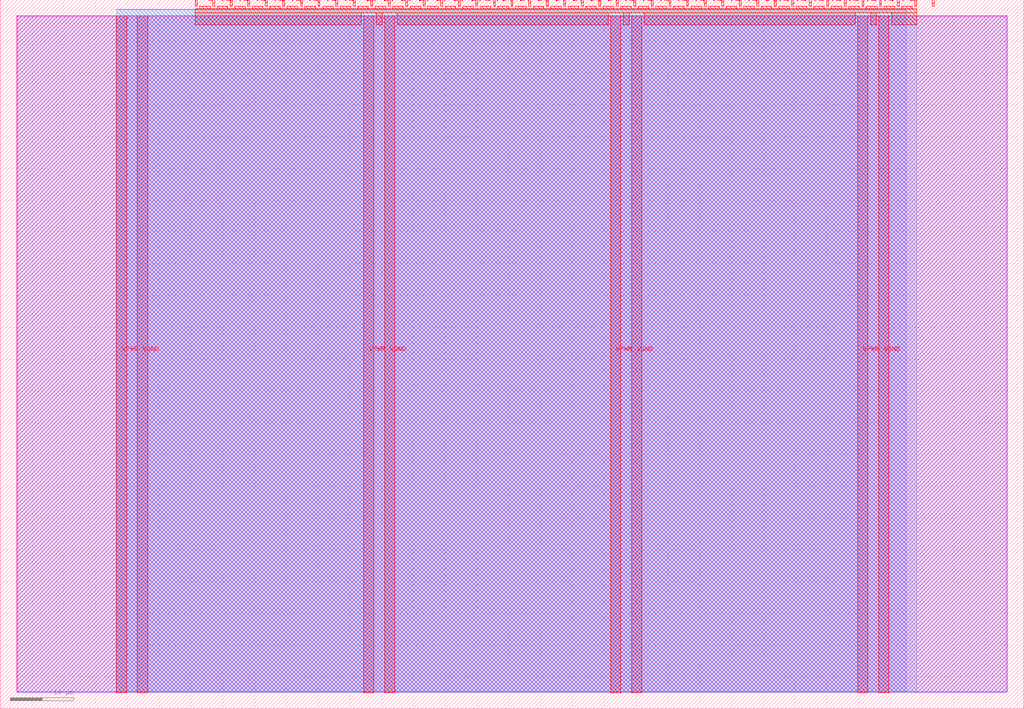
<source format=lef>
VERSION 5.7 ;
  NOWIREEXTENSIONATPIN ON ;
  DIVIDERCHAR "/" ;
  BUSBITCHARS "[]" ;
MACRO tt_um_mod6_counter
  CLASS BLOCK ;
  FOREIGN tt_um_mod6_counter ;
  ORIGIN 0.000 0.000 ;
  SIZE 161.000 BY 111.520 ;
  PIN VGND
    DIRECTION INOUT ;
    USE GROUND ;
    PORT
      LAYER met4 ;
        RECT 21.580 2.480 23.180 109.040 ;
    END
    PORT
      LAYER met4 ;
        RECT 60.450 2.480 62.050 109.040 ;
    END
    PORT
      LAYER met4 ;
        RECT 99.320 2.480 100.920 109.040 ;
    END
    PORT
      LAYER met4 ;
        RECT 138.190 2.480 139.790 109.040 ;
    END
  END VGND
  PIN VPWR
    DIRECTION INOUT ;
    USE POWER ;
    PORT
      LAYER met4 ;
        RECT 18.280 2.480 19.880 109.040 ;
    END
    PORT
      LAYER met4 ;
        RECT 57.150 2.480 58.750 109.040 ;
    END
    PORT
      LAYER met4 ;
        RECT 96.020 2.480 97.620 109.040 ;
    END
    PORT
      LAYER met4 ;
        RECT 134.890 2.480 136.490 109.040 ;
    END
  END VPWR
  PIN clk
    DIRECTION INPUT ;
    USE SIGNAL ;
    ANTENNAGATEAREA 0.852000 ;
    PORT
      LAYER met4 ;
        RECT 143.830 110.520 144.130 111.520 ;
    END
  END clk
  PIN ena
    DIRECTION INPUT ;
    USE SIGNAL ;
    PORT
      LAYER met4 ;
        RECT 146.590 110.520 146.890 111.520 ;
    END
  END ena
  PIN rst_n
    DIRECTION INPUT ;
    USE SIGNAL ;
    ANTENNAGATEAREA 0.196500 ;
    PORT
      LAYER met4 ;
        RECT 141.070 110.520 141.370 111.520 ;
    END
  END rst_n
  PIN ui_in[0]
    DIRECTION INPUT ;
    USE SIGNAL ;
    PORT
      LAYER met4 ;
        RECT 138.310 110.520 138.610 111.520 ;
    END
  END ui_in[0]
  PIN ui_in[1]
    DIRECTION INPUT ;
    USE SIGNAL ;
    PORT
      LAYER met4 ;
        RECT 135.550 110.520 135.850 111.520 ;
    END
  END ui_in[1]
  PIN ui_in[2]
    DIRECTION INPUT ;
    USE SIGNAL ;
    PORT
      LAYER met4 ;
        RECT 132.790 110.520 133.090 111.520 ;
    END
  END ui_in[2]
  PIN ui_in[3]
    DIRECTION INPUT ;
    USE SIGNAL ;
    PORT
      LAYER met4 ;
        RECT 130.030 110.520 130.330 111.520 ;
    END
  END ui_in[3]
  PIN ui_in[4]
    DIRECTION INPUT ;
    USE SIGNAL ;
    PORT
      LAYER met4 ;
        RECT 127.270 110.520 127.570 111.520 ;
    END
  END ui_in[4]
  PIN ui_in[5]
    DIRECTION INPUT ;
    USE SIGNAL ;
    PORT
      LAYER met4 ;
        RECT 124.510 110.520 124.810 111.520 ;
    END
  END ui_in[5]
  PIN ui_in[6]
    DIRECTION INPUT ;
    USE SIGNAL ;
    PORT
      LAYER met4 ;
        RECT 121.750 110.520 122.050 111.520 ;
    END
  END ui_in[6]
  PIN ui_in[7]
    DIRECTION INPUT ;
    USE SIGNAL ;
    PORT
      LAYER met4 ;
        RECT 118.990 110.520 119.290 111.520 ;
    END
  END ui_in[7]
  PIN uio_in[0]
    DIRECTION INPUT ;
    USE SIGNAL ;
    PORT
      LAYER met4 ;
        RECT 116.230 110.520 116.530 111.520 ;
    END
  END uio_in[0]
  PIN uio_in[1]
    DIRECTION INPUT ;
    USE SIGNAL ;
    PORT
      LAYER met4 ;
        RECT 113.470 110.520 113.770 111.520 ;
    END
  END uio_in[1]
  PIN uio_in[2]
    DIRECTION INPUT ;
    USE SIGNAL ;
    PORT
      LAYER met4 ;
        RECT 110.710 110.520 111.010 111.520 ;
    END
  END uio_in[2]
  PIN uio_in[3]
    DIRECTION INPUT ;
    USE SIGNAL ;
    PORT
      LAYER met4 ;
        RECT 107.950 110.520 108.250 111.520 ;
    END
  END uio_in[3]
  PIN uio_in[4]
    DIRECTION INPUT ;
    USE SIGNAL ;
    PORT
      LAYER met4 ;
        RECT 105.190 110.520 105.490 111.520 ;
    END
  END uio_in[4]
  PIN uio_in[5]
    DIRECTION INPUT ;
    USE SIGNAL ;
    PORT
      LAYER met4 ;
        RECT 102.430 110.520 102.730 111.520 ;
    END
  END uio_in[5]
  PIN uio_in[6]
    DIRECTION INPUT ;
    USE SIGNAL ;
    PORT
      LAYER met4 ;
        RECT 99.670 110.520 99.970 111.520 ;
    END
  END uio_in[6]
  PIN uio_in[7]
    DIRECTION INPUT ;
    USE SIGNAL ;
    PORT
      LAYER met4 ;
        RECT 96.910 110.520 97.210 111.520 ;
    END
  END uio_in[7]
  PIN uio_oe[0]
    DIRECTION OUTPUT ;
    USE SIGNAL ;
    PORT
      LAYER met4 ;
        RECT 49.990 110.520 50.290 111.520 ;
    END
  END uio_oe[0]
  PIN uio_oe[1]
    DIRECTION OUTPUT ;
    USE SIGNAL ;
    PORT
      LAYER met4 ;
        RECT 47.230 110.520 47.530 111.520 ;
    END
  END uio_oe[1]
  PIN uio_oe[2]
    DIRECTION OUTPUT ;
    USE SIGNAL ;
    PORT
      LAYER met4 ;
        RECT 44.470 110.520 44.770 111.520 ;
    END
  END uio_oe[2]
  PIN uio_oe[3]
    DIRECTION OUTPUT ;
    USE SIGNAL ;
    PORT
      LAYER met4 ;
        RECT 41.710 110.520 42.010 111.520 ;
    END
  END uio_oe[3]
  PIN uio_oe[4]
    DIRECTION OUTPUT ;
    USE SIGNAL ;
    PORT
      LAYER met4 ;
        RECT 38.950 110.520 39.250 111.520 ;
    END
  END uio_oe[4]
  PIN uio_oe[5]
    DIRECTION OUTPUT ;
    USE SIGNAL ;
    PORT
      LAYER met4 ;
        RECT 36.190 110.520 36.490 111.520 ;
    END
  END uio_oe[5]
  PIN uio_oe[6]
    DIRECTION OUTPUT ;
    USE SIGNAL ;
    PORT
      LAYER met4 ;
        RECT 33.430 110.520 33.730 111.520 ;
    END
  END uio_oe[6]
  PIN uio_oe[7]
    DIRECTION OUTPUT ;
    USE SIGNAL ;
    PORT
      LAYER met4 ;
        RECT 30.670 110.520 30.970 111.520 ;
    END
  END uio_oe[7]
  PIN uio_out[0]
    DIRECTION OUTPUT ;
    USE SIGNAL ;
    PORT
      LAYER met4 ;
        RECT 72.070 110.520 72.370 111.520 ;
    END
  END uio_out[0]
  PIN uio_out[1]
    DIRECTION OUTPUT ;
    USE SIGNAL ;
    PORT
      LAYER met4 ;
        RECT 69.310 110.520 69.610 111.520 ;
    END
  END uio_out[1]
  PIN uio_out[2]
    DIRECTION OUTPUT ;
    USE SIGNAL ;
    PORT
      LAYER met4 ;
        RECT 66.550 110.520 66.850 111.520 ;
    END
  END uio_out[2]
  PIN uio_out[3]
    DIRECTION OUTPUT ;
    USE SIGNAL ;
    PORT
      LAYER met4 ;
        RECT 63.790 110.520 64.090 111.520 ;
    END
  END uio_out[3]
  PIN uio_out[4]
    DIRECTION OUTPUT ;
    USE SIGNAL ;
    PORT
      LAYER met4 ;
        RECT 61.030 110.520 61.330 111.520 ;
    END
  END uio_out[4]
  PIN uio_out[5]
    DIRECTION OUTPUT ;
    USE SIGNAL ;
    PORT
      LAYER met4 ;
        RECT 58.270 110.520 58.570 111.520 ;
    END
  END uio_out[5]
  PIN uio_out[6]
    DIRECTION OUTPUT ;
    USE SIGNAL ;
    PORT
      LAYER met4 ;
        RECT 55.510 110.520 55.810 111.520 ;
    END
  END uio_out[6]
  PIN uio_out[7]
    DIRECTION OUTPUT ;
    USE SIGNAL ;
    PORT
      LAYER met4 ;
        RECT 52.750 110.520 53.050 111.520 ;
    END
  END uio_out[7]
  PIN uo_out[0]
    DIRECTION OUTPUT ;
    USE SIGNAL ;
    ANTENNAGATEAREA 1.440000 ;
    ANTENNADIFFAREA 0.891000 ;
    PORT
      LAYER met4 ;
        RECT 94.150 110.520 94.450 111.520 ;
    END
  END uo_out[0]
  PIN uo_out[1]
    DIRECTION OUTPUT ;
    USE SIGNAL ;
    ANTENNAGATEAREA 0.742500 ;
    ANTENNADIFFAREA 0.891000 ;
    PORT
      LAYER met4 ;
        RECT 91.390 110.520 91.690 111.520 ;
    END
  END uo_out[1]
  PIN uo_out[2]
    DIRECTION OUTPUT ;
    USE SIGNAL ;
    ANTENNAGATEAREA 0.742500 ;
    ANTENNADIFFAREA 0.891000 ;
    PORT
      LAYER met4 ;
        RECT 88.630 110.520 88.930 111.520 ;
    END
  END uo_out[2]
  PIN uo_out[3]
    DIRECTION OUTPUT ;
    USE SIGNAL ;
    PORT
      LAYER met4 ;
        RECT 85.870 110.520 86.170 111.520 ;
    END
  END uo_out[3]
  PIN uo_out[4]
    DIRECTION OUTPUT ;
    USE SIGNAL ;
    PORT
      LAYER met4 ;
        RECT 83.110 110.520 83.410 111.520 ;
    END
  END uo_out[4]
  PIN uo_out[5]
    DIRECTION OUTPUT ;
    USE SIGNAL ;
    PORT
      LAYER met4 ;
        RECT 80.350 110.520 80.650 111.520 ;
    END
  END uo_out[5]
  PIN uo_out[6]
    DIRECTION OUTPUT ;
    USE SIGNAL ;
    PORT
      LAYER met4 ;
        RECT 77.590 110.520 77.890 111.520 ;
    END
  END uo_out[6]
  PIN uo_out[7]
    DIRECTION OUTPUT ;
    USE SIGNAL ;
    PORT
      LAYER met4 ;
        RECT 74.830 110.520 75.130 111.520 ;
    END
  END uo_out[7]
  OBS
      LAYER nwell ;
        RECT 2.570 2.635 158.430 108.990 ;
      LAYER li1 ;
        RECT 2.760 2.635 158.240 108.885 ;
      LAYER met1 ;
        RECT 2.760 2.480 158.240 109.040 ;
      LAYER met2 ;
        RECT 18.310 2.535 142.510 110.005 ;
      LAYER met3 ;
        RECT 18.290 2.555 144.170 109.985 ;
      LAYER met4 ;
        RECT 31.370 110.120 33.030 110.520 ;
        RECT 34.130 110.120 35.790 110.520 ;
        RECT 36.890 110.120 38.550 110.520 ;
        RECT 39.650 110.120 41.310 110.520 ;
        RECT 42.410 110.120 44.070 110.520 ;
        RECT 45.170 110.120 46.830 110.520 ;
        RECT 47.930 110.120 49.590 110.520 ;
        RECT 50.690 110.120 52.350 110.520 ;
        RECT 53.450 110.120 55.110 110.520 ;
        RECT 56.210 110.120 57.870 110.520 ;
        RECT 58.970 110.120 60.630 110.520 ;
        RECT 61.730 110.120 63.390 110.520 ;
        RECT 64.490 110.120 66.150 110.520 ;
        RECT 67.250 110.120 68.910 110.520 ;
        RECT 70.010 110.120 71.670 110.520 ;
        RECT 72.770 110.120 74.430 110.520 ;
        RECT 75.530 110.120 77.190 110.520 ;
        RECT 78.290 110.120 79.950 110.520 ;
        RECT 81.050 110.120 82.710 110.520 ;
        RECT 83.810 110.120 85.470 110.520 ;
        RECT 86.570 110.120 88.230 110.520 ;
        RECT 89.330 110.120 90.990 110.520 ;
        RECT 92.090 110.120 93.750 110.520 ;
        RECT 94.850 110.120 96.510 110.520 ;
        RECT 97.610 110.120 99.270 110.520 ;
        RECT 100.370 110.120 102.030 110.520 ;
        RECT 103.130 110.120 104.790 110.520 ;
        RECT 105.890 110.120 107.550 110.520 ;
        RECT 108.650 110.120 110.310 110.520 ;
        RECT 111.410 110.120 113.070 110.520 ;
        RECT 114.170 110.120 115.830 110.520 ;
        RECT 116.930 110.120 118.590 110.520 ;
        RECT 119.690 110.120 121.350 110.520 ;
        RECT 122.450 110.120 124.110 110.520 ;
        RECT 125.210 110.120 126.870 110.520 ;
        RECT 127.970 110.120 129.630 110.520 ;
        RECT 130.730 110.120 132.390 110.520 ;
        RECT 133.490 110.120 135.150 110.520 ;
        RECT 136.250 110.120 137.910 110.520 ;
        RECT 139.010 110.120 140.670 110.520 ;
        RECT 141.770 110.120 143.430 110.520 ;
        RECT 30.655 109.440 144.145 110.120 ;
        RECT 30.655 107.615 56.750 109.440 ;
        RECT 59.150 107.615 60.050 109.440 ;
        RECT 62.450 107.615 95.620 109.440 ;
        RECT 98.020 107.615 98.920 109.440 ;
        RECT 101.320 107.615 134.490 109.440 ;
        RECT 136.890 107.615 137.790 109.440 ;
        RECT 140.190 107.615 144.145 109.440 ;
  END
END tt_um_mod6_counter
END LIBRARY


</source>
